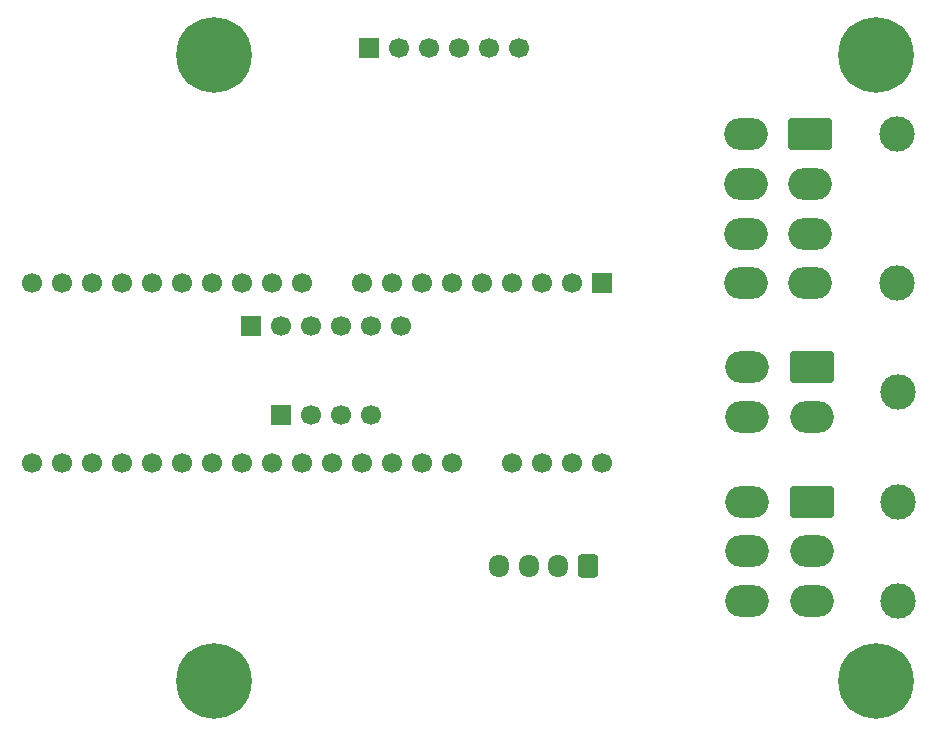
<source format=gbs>
%TF.GenerationSoftware,KiCad,Pcbnew,9.0.2*%
%TF.CreationDate,2026-01-01T17:21:28+07:00*%
%TF.ProjectId,ControlMikon,436f6e74-726f-46c4-9d69-6b6f6e2e6b69,rev?*%
%TF.SameCoordinates,Original*%
%TF.FileFunction,Soldermask,Bot*%
%TF.FilePolarity,Negative*%
%FSLAX46Y46*%
G04 Gerber Fmt 4.6, Leading zero omitted, Abs format (unit mm)*
G04 Created by KiCad (PCBNEW 9.0.2) date 2026-01-01 17:21:28*
%MOMM*%
%LPD*%
G01*
G04 APERTURE LIST*
G04 Aperture macros list*
%AMRoundRect*
0 Rectangle with rounded corners*
0 $1 Rounding radius*
0 $2 $3 $4 $5 $6 $7 $8 $9 X,Y pos of 4 corners*
0 Add a 4 corners polygon primitive as box body*
4,1,4,$2,$3,$4,$5,$6,$7,$8,$9,$2,$3,0*
0 Add four circle primitives for the rounded corners*
1,1,$1+$1,$2,$3*
1,1,$1+$1,$4,$5*
1,1,$1+$1,$6,$7*
1,1,$1+$1,$8,$9*
0 Add four rect primitives between the rounded corners*
20,1,$1+$1,$2,$3,$4,$5,0*
20,1,$1+$1,$4,$5,$6,$7,0*
20,1,$1+$1,$6,$7,$8,$9,0*
20,1,$1+$1,$8,$9,$2,$3,0*%
G04 Aperture macros list end*
%ADD10C,6.400000*%
%ADD11O,3.700000X2.700000*%
%ADD12RoundRect,0.250001X-1.599999X1.099999X-1.599999X-1.099999X1.599999X-1.099999X1.599999X1.099999X0*%
%ADD13C,3.000000*%
%ADD14RoundRect,0.250000X0.600000X0.725000X-0.600000X0.725000X-0.600000X-0.725000X0.600000X-0.725000X0*%
%ADD15O,1.700000X1.950000*%
%ADD16C,1.700000*%
%ADD17R,1.700000X1.700000*%
G04 APERTURE END LIST*
D10*
%TO.C,H1*%
X242631658Y-127955542D03*
%TD*%
%TO.C,H2*%
X186557801Y-127955542D03*
%TD*%
%TO.C,H3*%
X242631658Y-180955542D03*
%TD*%
%TO.C,H4*%
X186557801Y-180955542D03*
%TD*%
D11*
%TO.C,J1*%
X231725000Y-174195000D03*
X231725000Y-169995000D03*
X231725000Y-165795000D03*
X237225000Y-174195000D03*
X237225000Y-169995000D03*
D12*
X237225000Y-165795000D03*
D13*
X244525000Y-174195000D03*
X244525000Y-165795000D03*
%TD*%
D11*
%TO.C,J6*%
X231588942Y-147300000D03*
X231588942Y-143100000D03*
X231588942Y-138900000D03*
X231588942Y-134700000D03*
X237088942Y-147300000D03*
X237088942Y-143100000D03*
X237088942Y-138900000D03*
D12*
X237088942Y-134700000D03*
D13*
X244388942Y-147300000D03*
X244388942Y-134700000D03*
%TD*%
D11*
%TO.C,J10*%
X231700000Y-158600000D03*
X231700000Y-154400000D03*
X237200000Y-158600000D03*
D12*
X237200000Y-154400000D03*
D13*
X244500000Y-156500000D03*
%TD*%
D14*
%TO.C,J2*%
X218250000Y-171250000D03*
D15*
X215750000Y-171250000D03*
X213250000Y-171250000D03*
X210750000Y-171250000D03*
%TD*%
D16*
%TO.C,U23*%
X171210000Y-162500000D03*
X173750000Y-162500000D03*
X176290000Y-162500000D03*
X178830000Y-162500000D03*
X173750000Y-147260000D03*
X214390000Y-162500000D03*
X181370000Y-162500000D03*
X183910000Y-162500000D03*
X186450000Y-162500000D03*
X188990000Y-162500000D03*
X191530000Y-162500000D03*
X194070000Y-162500000D03*
X196610000Y-162500000D03*
X199150000Y-162500000D03*
X201690000Y-162500000D03*
X204230000Y-162500000D03*
X206770000Y-162500000D03*
X211850000Y-162500000D03*
X216930000Y-162500000D03*
X219470000Y-162500000D03*
D17*
X219470000Y-147260000D03*
D16*
X216930000Y-147260000D03*
X214390000Y-147260000D03*
X211850000Y-147260000D03*
X209310000Y-147260000D03*
X206770000Y-147260000D03*
X204230000Y-147260000D03*
X201690000Y-147260000D03*
X199150000Y-147260000D03*
X176290000Y-147260000D03*
X194070000Y-147260000D03*
X191530000Y-147260000D03*
X188990000Y-147260000D03*
X186450000Y-147260000D03*
X183910000Y-147260000D03*
X181370000Y-147260000D03*
X178830000Y-147260000D03*
X171210000Y-147260000D03*
%TD*%
D17*
%TO.C,J3*%
X199732801Y-127430542D03*
D16*
X202272801Y-127430542D03*
X204812801Y-127430542D03*
X207352801Y-127430542D03*
X209892801Y-127430542D03*
X212432801Y-127430542D03*
%TD*%
D17*
%TO.C,J20*%
X192247801Y-158455542D03*
D16*
X194787801Y-158455542D03*
X197327801Y-158455542D03*
X199867801Y-158455542D03*
%TD*%
D17*
%TO.C,J18*%
X189735381Y-150929775D03*
D16*
X192275381Y-150929775D03*
X194815381Y-150929775D03*
X197355381Y-150929775D03*
X199895381Y-150929775D03*
X202435381Y-150929775D03*
%TD*%
M02*

</source>
